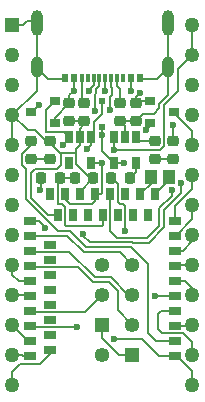
<source format=gtl>
G04 #@! TF.GenerationSoftware,KiCad,Pcbnew,7.0.6*
G04 #@! TF.CreationDate,2023-08-29T11:45:56+03:00*
G04 #@! TF.ProjectId,nrfmicro,6e72666d-6963-4726-9f2e-6b696361645f,rev?*
G04 #@! TF.SameCoordinates,Original*
G04 #@! TF.FileFunction,Copper,L1,Top*
G04 #@! TF.FilePolarity,Positive*
%FSLAX46Y46*%
G04 Gerber Fmt 4.6, Leading zero omitted, Abs format (unit mm)*
G04 Created by KiCad (PCBNEW 7.0.6) date 2023-08-29 11:45:56*
%MOMM*%
%LPD*%
G01*
G04 APERTURE LIST*
G04 Aperture macros list*
%AMRoundRect*
0 Rectangle with rounded corners*
0 $1 Rounding radius*
0 $2 $3 $4 $5 $6 $7 $8 $9 X,Y pos of 4 corners*
0 Add a 4 corners polygon primitive as box body*
4,1,4,$2,$3,$4,$5,$6,$7,$8,$9,$2,$3,0*
0 Add four circle primitives for the rounded corners*
1,1,$1+$1,$2,$3*
1,1,$1+$1,$4,$5*
1,1,$1+$1,$6,$7*
1,1,$1+$1,$8,$9*
0 Add four rect primitives between the rounded corners*
20,1,$1+$1,$2,$3,$4,$5,0*
20,1,$1+$1,$4,$5,$6,$7,0*
20,1,$1+$1,$6,$7,$8,$9,0*
20,1,$1+$1,$8,$9,$2,$3,0*%
G04 Aperture macros list end*
G04 #@! TA.AperFunction,ComponentPad*
%ADD10C,1.250000*%
G04 #@! TD*
G04 #@! TA.AperFunction,ComponentPad*
%ADD11C,1.270000*%
G04 #@! TD*
G04 #@! TA.AperFunction,SMDPad,CuDef*
%ADD12R,1.000000X0.650000*%
G04 #@! TD*
G04 #@! TA.AperFunction,SMDPad,CuDef*
%ADD13R,0.650000X1.000000*%
G04 #@! TD*
G04 #@! TA.AperFunction,ComponentPad*
%ADD14R,0.650000X1.000000*%
G04 #@! TD*
G04 #@! TA.AperFunction,ComponentPad*
%ADD15R,1.000000X0.650000*%
G04 #@! TD*
G04 #@! TA.AperFunction,SMDPad,CuDef*
%ADD16R,0.900000X0.800000*%
G04 #@! TD*
G04 #@! TA.AperFunction,SMDPad,CuDef*
%ADD17R,0.600000X0.600000*%
G04 #@! TD*
G04 #@! TA.AperFunction,SMDPad,CuDef*
%ADD18RoundRect,0.218750X-0.218750X-0.256250X0.218750X-0.256250X0.218750X0.256250X-0.218750X0.256250X0*%
G04 #@! TD*
G04 #@! TA.AperFunction,SMDPad,CuDef*
%ADD19RoundRect,0.218750X0.256250X-0.218750X0.256250X0.218750X-0.256250X0.218750X-0.256250X-0.218750X0*%
G04 #@! TD*
G04 #@! TA.AperFunction,SMDPad,CuDef*
%ADD20RoundRect,0.218750X-0.256250X0.218750X-0.256250X-0.218750X0.256250X-0.218750X0.256250X0.218750X0*%
G04 #@! TD*
G04 #@! TA.AperFunction,SMDPad,CuDef*
%ADD21R,0.650000X1.060000*%
G04 #@! TD*
G04 #@! TA.AperFunction,SMDPad,CuDef*
%ADD22RoundRect,0.218750X0.218750X0.256250X-0.218750X0.256250X-0.218750X-0.256250X0.218750X-0.256250X0*%
G04 #@! TD*
G04 #@! TA.AperFunction,ComponentPad*
%ADD23R,1.270000X1.270000*%
G04 #@! TD*
G04 #@! TA.AperFunction,ComponentPad*
%ADD24O,1.270000X1.270000*%
G04 #@! TD*
G04 #@! TA.AperFunction,SMDPad,CuDef*
%ADD25R,1.000000X1.200000*%
G04 #@! TD*
G04 #@! TA.AperFunction,SMDPad,CuDef*
%ADD26R,0.540000X0.800000*%
G04 #@! TD*
G04 #@! TA.AperFunction,SMDPad,CuDef*
%ADD27R,0.300000X0.800000*%
G04 #@! TD*
G04 #@! TA.AperFunction,ComponentPad*
%ADD28O,1.000000X2.200000*%
G04 #@! TD*
G04 #@! TA.AperFunction,ComponentPad*
%ADD29O,1.000000X1.800000*%
G04 #@! TD*
G04 #@! TA.AperFunction,ViaPad*
%ADD30C,0.600000*%
G04 #@! TD*
G04 #@! TA.AperFunction,Conductor*
%ADD31C,0.200000*%
G04 #@! TD*
G04 APERTURE END LIST*
D10*
X35341600Y-22540000D03*
D11*
X35341600Y-25080000D03*
X35341600Y-27620000D03*
X35341600Y-30160000D03*
X35341600Y-32700000D03*
X35341600Y-35240000D03*
X35341600Y-37780000D03*
X35341600Y-40320000D03*
X35341600Y-42860000D03*
X35341600Y-45400000D03*
X35341600Y-47940000D03*
X35341600Y-50480000D03*
X20101600Y-22540000D03*
X20101600Y-25080000D03*
X20101600Y-27620000D03*
X20101600Y-30160000D03*
X20101600Y-32700000D03*
X20101600Y-35240000D03*
X20101600Y-37780000D03*
X20101600Y-40320000D03*
X20101600Y-42860000D03*
X20101600Y-45400000D03*
X20101600Y-47940000D03*
X20101600Y-50480000D03*
D12*
X33839000Y-48000000D03*
X33839000Y-46730000D03*
X33839000Y-45460000D03*
X33839000Y-44190000D03*
X33839000Y-42920000D03*
X33839000Y-41650000D03*
X33839000Y-40380000D03*
X33839000Y-39110000D03*
X33839000Y-37840000D03*
X33839000Y-36570000D03*
D13*
X32190000Y-34351000D03*
D14*
X31553000Y-36062000D03*
D13*
X30920000Y-34351000D03*
D14*
X30283000Y-36062000D03*
D13*
X29650000Y-34351000D03*
D14*
X29013000Y-36062000D03*
D13*
X28380000Y-34351000D03*
D14*
X27743000Y-36062000D03*
D13*
X27110000Y-34351000D03*
D14*
X26473000Y-36062000D03*
D13*
X25840000Y-34351000D03*
D14*
X25203000Y-36062000D03*
D13*
X24570000Y-34351000D03*
D14*
X23933000Y-36062000D03*
D13*
X23300000Y-34351000D03*
D12*
X21601000Y-36570000D03*
X21601000Y-37840000D03*
D15*
X23312000Y-38602000D03*
D12*
X21601000Y-39110000D03*
D15*
X23312000Y-39872000D03*
D12*
X21601000Y-40380000D03*
D15*
X23312000Y-41142000D03*
D12*
X21601000Y-41650000D03*
D15*
X23312000Y-42412000D03*
D12*
X21601000Y-42920000D03*
D15*
X23312000Y-43682000D03*
D12*
X21601000Y-44190000D03*
D15*
X23312000Y-44952000D03*
D12*
X21601000Y-45460000D03*
D15*
X23312000Y-46222000D03*
D12*
X21601000Y-46730000D03*
D15*
X23312000Y-47492000D03*
D12*
X21601000Y-48000000D03*
D16*
X31766000Y-26434500D03*
X31766000Y-28334500D03*
X33766000Y-27384500D03*
D17*
X27721600Y-26402000D03*
X27721600Y-28602000D03*
D18*
X22550000Y-33000000D03*
X24125000Y-33000000D03*
X25387500Y-33000000D03*
X26962500Y-33000000D03*
D16*
X23669500Y-28334500D03*
X23669500Y-26434500D03*
X21669500Y-27384500D03*
D19*
X23300000Y-31387500D03*
X23300000Y-29812500D03*
D20*
X26197600Y-26594500D03*
X26197600Y-28169500D03*
X29245600Y-26594500D03*
X29245600Y-28169500D03*
D19*
X21700000Y-31387500D03*
X21700000Y-29812500D03*
D20*
X24927600Y-26594500D03*
X24927600Y-28169500D03*
D21*
X30576600Y-29457000D03*
X29626600Y-29457000D03*
X28676600Y-29457000D03*
X28676600Y-31657000D03*
X30576600Y-31657000D03*
D22*
X30062500Y-33000000D03*
X28487500Y-33000000D03*
D20*
X30550000Y-26594500D03*
X30550000Y-28169500D03*
D11*
X35341600Y-20000000D03*
D23*
X20101600Y-20000000D03*
D24*
X27721600Y-47940000D03*
D23*
X27721600Y-45400000D03*
D24*
X27721600Y-42860000D03*
X27721600Y-40320000D03*
D21*
X26766600Y-29457000D03*
X25816600Y-29457000D03*
X24866600Y-29457000D03*
X24866600Y-31657000D03*
X26766600Y-31657000D03*
D23*
X30261600Y-47940000D03*
D24*
X30261600Y-45400000D03*
X30261600Y-42860000D03*
X30261600Y-40320000D03*
D25*
X31800000Y-32850000D03*
X33400000Y-32850000D03*
D19*
X32150000Y-31387500D03*
X32150000Y-29812500D03*
X33725000Y-31387500D03*
X33725000Y-29812500D03*
D26*
X30921450Y-24498750D03*
X24521450Y-24498750D03*
X25321450Y-24498750D03*
X30121450Y-24498750D03*
D27*
X28971450Y-24498750D03*
X27971450Y-24498750D03*
X27471450Y-24498750D03*
X26471450Y-24498750D03*
X25971450Y-24498750D03*
X26971450Y-24498750D03*
X28471450Y-24498750D03*
X29479450Y-24498750D03*
D28*
X22146150Y-19798750D03*
X33296750Y-19798750D03*
D29*
X33297050Y-23598750D03*
X22146150Y-23598750D03*
D30*
X32202033Y-42922775D03*
X29642533Y-37415755D03*
X26050000Y-37662002D03*
X34406599Y-33381599D03*
X22860541Y-37221058D03*
X25321600Y-25578400D03*
X27721600Y-29278400D03*
X33710000Y-28460000D03*
X29557000Y-31657000D03*
X30120000Y-25620000D03*
X22319499Y-26800000D03*
X22474998Y-34009839D03*
X28680000Y-30590000D03*
X26571600Y-25595497D03*
X27970000Y-25595498D03*
X28377600Y-27242000D03*
X27117600Y-27282000D03*
X28722533Y-46572775D03*
X25532533Y-45572775D03*
X33578021Y-33950002D03*
X30905772Y-25770221D03*
X26400000Y-30540000D03*
X24417600Y-30200011D03*
X31400698Y-28896948D03*
X27725000Y-31650000D03*
D31*
X25491601Y-31777003D02*
X26714598Y-33000000D01*
X33296600Y-25898200D02*
X32516001Y-26678799D01*
X32204808Y-42920000D02*
X33839000Y-42920000D01*
X29197753Y-35162775D02*
X29024999Y-34990021D01*
X21300000Y-19700000D02*
X22146600Y-19700000D01*
X23117189Y-24600000D02*
X24521600Y-24600000D01*
X23300000Y-29997838D02*
X24075010Y-30772848D01*
X27721600Y-45400000D02*
X27721600Y-46521842D01*
X30525000Y-28162500D02*
X29252600Y-28162500D01*
X29472533Y-35162775D02*
X29197753Y-35162775D01*
X20101600Y-20000000D02*
X21000000Y-20000000D01*
X24101673Y-30799511D02*
X24124162Y-30822000D01*
X25491601Y-30886999D02*
X25491601Y-31777003D01*
X23300000Y-30024991D02*
X23300000Y-29812500D01*
X25816600Y-30163400D02*
X25491601Y-30488399D01*
X26714598Y-33000000D02*
X26962500Y-33000000D01*
X33296600Y-23625277D02*
X32321877Y-24600000D01*
X30525000Y-28162500D02*
X31187500Y-27500000D01*
X26596140Y-32900000D02*
X25491601Y-31795461D01*
X26197600Y-28169500D02*
X24927600Y-28169500D01*
X29024999Y-33437499D02*
X28487500Y-32900000D01*
X21697600Y-34643890D02*
X21697600Y-32543760D01*
X25426602Y-30822000D02*
X25491601Y-30886999D01*
X29626600Y-29457000D02*
X29626600Y-28550500D01*
X21697600Y-32543760D02*
X22049360Y-32192000D01*
X25491601Y-30488399D02*
X25491601Y-31795461D01*
X32321877Y-24600000D02*
X30921600Y-24600000D01*
X20101600Y-30160000D02*
X20101600Y-27620000D01*
X24075010Y-30772848D02*
X24101673Y-30799511D01*
X20101600Y-27620000D02*
X21406590Y-28924990D01*
X29139758Y-47940000D02*
X30261600Y-47940000D01*
X24197600Y-31872000D02*
X24197600Y-30895438D01*
X23300000Y-29812500D02*
X23300000Y-30038002D01*
X22908640Y-29812500D02*
X22021130Y-28924990D01*
X26962500Y-32900000D02*
X26596140Y-32900000D01*
X21000000Y-20000000D02*
X21300000Y-19700000D01*
X29247600Y-28167500D02*
X29245600Y-28169500D01*
X29642533Y-35332775D02*
X29472533Y-35162775D01*
X25816600Y-29457000D02*
X25816600Y-30163400D01*
X23300000Y-29812500D02*
X23300000Y-29997838D01*
X20101600Y-27620000D02*
X22146600Y-25575000D01*
X24197600Y-30895438D02*
X24101673Y-30799511D01*
X22049360Y-32192000D02*
X23877600Y-32192000D01*
X32516001Y-26678799D02*
X32516001Y-27074501D01*
X23877600Y-32192000D02*
X24197600Y-31872000D01*
X23933000Y-36062000D02*
X23115710Y-36062000D01*
X32202033Y-42922775D02*
X32204808Y-42920000D01*
X29626600Y-28550500D02*
X29245600Y-28169500D01*
X23115710Y-36062000D02*
X21697600Y-34643890D01*
X25816600Y-28808400D02*
X25816600Y-29457000D01*
X33296600Y-23700000D02*
X33296600Y-25898200D01*
X26197600Y-28169500D02*
X26197600Y-28427400D01*
X31187500Y-27500000D02*
X32090502Y-27500000D01*
X33296600Y-19700000D02*
X33296600Y-23625277D01*
X22021130Y-28924990D02*
X21406590Y-28924990D01*
X29252600Y-28162500D02*
X29245600Y-28169500D01*
X29024999Y-34990021D02*
X29024999Y-33437499D01*
X25840000Y-34351000D02*
X25840000Y-34122500D01*
X26197600Y-28427400D02*
X25816600Y-28808400D01*
X29642533Y-37415755D02*
X29642533Y-35332775D01*
X27721600Y-46521842D02*
X29139758Y-47940000D01*
X32090502Y-27500000D02*
X32516001Y-27074501D01*
X22146600Y-25575000D02*
X22146600Y-23700000D01*
X22146600Y-19700000D02*
X22146600Y-23629411D01*
X22146600Y-23629411D02*
X23117189Y-24600000D01*
X24124162Y-30822000D02*
X25426602Y-30822000D01*
X25840000Y-34122500D02*
X26962500Y-33000000D01*
X30276899Y-38414775D02*
X26634533Y-38414775D01*
X30286899Y-38424775D02*
X30276899Y-38414775D01*
X34406599Y-34225501D02*
X32936533Y-35695567D01*
X32936533Y-35695567D02*
X32936532Y-37148918D01*
X26634533Y-38414775D02*
X26050000Y-37830242D01*
X34406599Y-33381599D02*
X34406599Y-34225501D01*
X26050000Y-37830242D02*
X26050000Y-37662002D01*
X22327621Y-36570000D02*
X22860541Y-37102920D01*
X22860541Y-37102920D02*
X22860541Y-37221058D01*
X31660675Y-38424775D02*
X30286899Y-38424775D01*
X21601000Y-36570000D02*
X22327621Y-36570000D01*
X32936532Y-37148918D02*
X31660675Y-38424775D01*
X35341600Y-40320000D02*
X33899000Y-40320000D01*
X33899000Y-40320000D02*
X33839000Y-40380000D01*
X34555308Y-39110000D02*
X35341600Y-38323708D01*
X33839000Y-39110000D02*
X34555308Y-39110000D01*
X35341600Y-38323708D02*
X35341600Y-37780000D01*
X33839000Y-35358798D02*
X35341600Y-33856198D01*
X33839000Y-36570000D02*
X33839000Y-35358798D01*
X35341600Y-33856198D02*
X35341600Y-32700000D01*
X35341600Y-36432402D02*
X35341600Y-35240000D01*
X33934002Y-37840000D02*
X35341600Y-36432402D01*
X33839000Y-37840000D02*
X33934002Y-37840000D01*
X21000000Y-48000000D02*
X20940000Y-47940000D01*
X20940000Y-47940000D02*
X20101600Y-47940000D01*
X21601000Y-48000000D02*
X21000000Y-48000000D01*
X21431600Y-46730000D02*
X21601000Y-46730000D01*
X20101600Y-45400000D02*
X21431600Y-46730000D01*
X30261600Y-40320000D02*
X29174375Y-39232775D01*
X27721600Y-28545500D02*
X27721600Y-29278400D01*
X33710000Y-28460000D02*
X33710000Y-29797500D01*
X23669500Y-27852600D02*
X24927600Y-26594500D01*
X28676600Y-31657000D02*
X28119599Y-31099999D01*
X30121600Y-24600000D02*
X30121600Y-25618400D01*
X30121600Y-24600000D02*
X30121600Y-25281600D01*
X28676600Y-31657000D02*
X29557000Y-31657000D01*
X27721600Y-30702000D02*
X28119599Y-31099999D01*
X30121600Y-24730000D02*
X30121600Y-25281600D01*
X24927600Y-25972400D02*
X25321600Y-25578400D01*
X24749758Y-37840000D02*
X21601000Y-37840000D01*
X27721600Y-29278400D02*
X27721600Y-30702000D01*
X30121600Y-25618400D02*
X30120000Y-25620000D01*
X25321600Y-25578400D02*
X25321600Y-24730000D01*
X25321600Y-24600000D02*
X25321600Y-25578400D01*
X23669500Y-28334500D02*
X23669500Y-27852600D01*
X29174375Y-39232775D02*
X26142533Y-39232775D01*
X26142533Y-39232775D02*
X24749758Y-37840000D01*
X24927600Y-26594500D02*
X24927600Y-25972400D01*
X32949990Y-26810508D02*
X32949990Y-26860010D01*
X32940000Y-30231140D02*
X32571140Y-30600000D01*
X32949990Y-26810508D02*
X34130249Y-25630249D01*
X21669500Y-27384500D02*
X21734999Y-27384500D01*
X22550000Y-33934837D02*
X22474998Y-34009839D01*
X32940000Y-26870000D02*
X32940000Y-30231140D01*
X34130249Y-23751351D02*
X34130249Y-25630249D01*
X35341600Y-22540000D02*
X35341600Y-20000000D01*
X32949990Y-26860010D02*
X32940000Y-26870000D01*
X28690000Y-30600000D02*
X28680000Y-30590000D01*
X22550000Y-33000000D02*
X22550000Y-33934837D01*
X28680000Y-29460400D02*
X28676600Y-29457000D01*
X35341600Y-22540000D02*
X34130249Y-23751351D01*
X32571140Y-30600000D02*
X28690000Y-30600000D01*
X28680000Y-30590000D02*
X28680000Y-29460400D01*
X21734999Y-27384500D02*
X22319499Y-26800000D01*
X28242533Y-41782775D02*
X29002533Y-42542775D01*
X29002533Y-42542775D02*
X29002533Y-44140933D01*
X26907527Y-41782775D02*
X28242533Y-41782775D01*
X27971600Y-25593898D02*
X27970000Y-25595498D01*
X26571600Y-25595497D02*
X26571600Y-25508000D01*
X21601000Y-40380000D02*
X21723775Y-40502775D01*
X26571600Y-25508000D02*
X26971600Y-25108000D01*
X21723775Y-40502775D02*
X25627527Y-40502775D01*
X25627527Y-40502775D02*
X26907527Y-41782775D01*
X29002533Y-44140933D02*
X30261600Y-45400000D01*
X27971600Y-24730000D02*
X27971600Y-25593898D01*
X26971600Y-25108000D02*
X26971600Y-24500000D01*
X27067600Y-25947335D02*
X27217600Y-25797335D01*
X27073013Y-41383255D02*
X24932533Y-39242775D01*
X28377600Y-27242000D02*
X28407600Y-27212000D01*
X28569511Y-25347171D02*
X28471600Y-25249260D01*
X27117600Y-27282000D02*
X27067600Y-27232000D01*
X27067600Y-27232000D02*
X27067600Y-25947335D01*
X28471600Y-25249260D02*
X28471600Y-24600000D01*
X21733775Y-39242775D02*
X21601000Y-39110000D01*
X29919758Y-42860000D02*
X28443013Y-41383255D01*
X24932533Y-39242775D02*
X21733775Y-39242775D01*
X27217600Y-25797335D02*
X27217600Y-25442000D01*
X28569511Y-25940089D02*
X28569511Y-25347171D01*
X30261600Y-42860000D02*
X29919758Y-42860000D01*
X27471600Y-25188000D02*
X27471600Y-24600000D01*
X28443013Y-41383255D02*
X27073013Y-41383255D01*
X27217600Y-25442000D02*
X27471600Y-25188000D01*
X28407600Y-26102000D02*
X28569511Y-25940089D01*
X28407600Y-27212000D02*
X28407600Y-26102000D01*
X34739758Y-41650000D02*
X33839000Y-41650000D01*
X35341600Y-42251842D02*
X34739758Y-41650000D01*
X35341600Y-42860000D02*
X35341600Y-42251842D01*
X34014000Y-48000000D02*
X35341600Y-49327600D01*
X32478758Y-48000000D02*
X33839000Y-48000000D01*
X31101533Y-46622775D02*
X32478758Y-48000000D01*
X35341600Y-50480000D02*
X35341600Y-49367320D01*
X28772533Y-46622775D02*
X31101533Y-46622775D01*
X35341600Y-49327600D02*
X35341600Y-49367320D01*
X28722533Y-46572775D02*
X28772533Y-46622775D01*
X20101600Y-41131842D02*
X20619758Y-41650000D01*
X20101600Y-40320000D02*
X20101600Y-41131842D01*
X20619758Y-41650000D02*
X21601000Y-41650000D01*
X20101600Y-42860000D02*
X21541000Y-42860000D01*
X21541000Y-42860000D02*
X21601000Y-42920000D01*
X21257600Y-34769588D02*
X21257600Y-32157870D01*
X31602533Y-40277131D02*
X30158657Y-38833255D01*
X33839000Y-46730000D02*
X32269758Y-46730000D01*
X21257600Y-32157870D02*
X20924990Y-31825260D01*
X26367182Y-38833255D02*
X24973917Y-37439990D01*
X30158657Y-38833255D02*
X26367182Y-38833255D01*
X23928002Y-37439990D02*
X21257600Y-34769588D01*
X21700000Y-30178860D02*
X21700000Y-29812500D01*
X24973917Y-37439990D02*
X23928002Y-37439990D01*
X31602533Y-46062775D02*
X31602533Y-40277131D01*
X32269758Y-46730000D02*
X31602533Y-46062775D01*
X20924990Y-31825260D02*
X20924990Y-30953870D01*
X20924990Y-30953870D02*
X21700000Y-30178860D01*
X35341600Y-45400000D02*
X35281600Y-45460000D01*
X35281600Y-45460000D02*
X33839000Y-45460000D01*
X32734757Y-46104999D02*
X32412533Y-45782775D01*
X34579001Y-46104999D02*
X32734757Y-46104999D01*
X35341600Y-47940000D02*
X35341600Y-46867598D01*
X35341600Y-46867598D02*
X34579001Y-46104999D01*
X32695308Y-44190000D02*
X33839000Y-44190000D01*
X32412533Y-45782775D02*
X32412533Y-44472775D01*
X32412533Y-44472775D02*
X32695308Y-44190000D01*
X33200000Y-32850000D02*
X33200000Y-33341000D01*
X33200000Y-33341000D02*
X32190000Y-34351000D01*
X32000000Y-33271000D02*
X30920000Y-34351000D01*
X32000000Y-32850000D02*
X32000000Y-33271000D01*
X20101600Y-50480000D02*
X20101600Y-49374120D01*
X20101600Y-49374120D02*
X20772945Y-48702775D01*
X22442533Y-48702775D02*
X23312000Y-47833308D01*
X20772945Y-48702775D02*
X22442533Y-48702775D01*
X23312000Y-47833308D02*
X23312000Y-47492000D01*
X25528307Y-45577001D02*
X21718001Y-45577001D01*
X21718001Y-45577001D02*
X21601000Y-45460000D01*
X25532533Y-45572775D02*
X25528307Y-45577001D01*
X26274599Y-44307001D02*
X27721600Y-42860000D01*
X21718001Y-44307001D02*
X26274599Y-44307001D01*
X21601000Y-44190000D02*
X21718001Y-44307001D01*
X28380000Y-37424242D02*
X28380000Y-34351000D01*
X33578021Y-34482251D02*
X32537013Y-35523259D01*
X30550000Y-26125993D02*
X30905772Y-25770221D01*
X30452385Y-38025255D02*
X30442385Y-38015255D01*
X30442385Y-38015255D02*
X28971013Y-38015255D01*
X28971013Y-38015255D02*
X28380000Y-37424242D01*
X32537013Y-36983431D02*
X31495189Y-38025255D01*
X32537013Y-35523259D02*
X32537013Y-36983431D01*
X31766000Y-26434500D02*
X30678000Y-26434500D01*
X31495189Y-38025255D02*
X30452385Y-38025255D01*
X30550000Y-26594500D02*
X30550000Y-26125993D01*
X33578021Y-33950002D02*
X33578021Y-34482251D01*
X30678000Y-26434500D02*
X30500000Y-26612500D01*
X25971600Y-26368500D02*
X25971600Y-24730000D01*
X26197600Y-26594500D02*
X25971600Y-26368500D01*
X28971600Y-24600000D02*
X28971600Y-25161842D01*
X28971600Y-25161842D02*
X29245600Y-25435842D01*
X29245600Y-25435842D02*
X29245600Y-26594500D01*
X35341600Y-29016600D02*
X33766000Y-27441000D01*
X33766000Y-27441000D02*
X33766000Y-27384500D01*
X35341600Y-30160000D02*
X35341600Y-29016600D01*
X21950000Y-31362500D02*
X21475000Y-31362500D01*
X23300000Y-31387500D02*
X21700000Y-31387500D01*
X30576600Y-31657000D02*
X30576600Y-32485900D01*
X30576600Y-32485900D02*
X30062500Y-33000000D01*
X27743000Y-36062000D02*
X27743000Y-36942308D01*
X23944999Y-35091001D02*
X23944999Y-33180001D01*
X24004999Y-35151001D02*
X23944999Y-35091001D01*
X24558001Y-35398243D02*
X24310759Y-35151001D01*
X27743000Y-36942308D02*
X27667533Y-37017775D01*
X27667533Y-37017775D02*
X24637533Y-37017775D01*
X24125000Y-33000000D02*
X23919600Y-33000000D01*
X24125000Y-33000000D02*
X25387500Y-33000000D01*
X24637533Y-37017775D02*
X24558001Y-36938243D01*
X24558001Y-36938243D02*
X24558001Y-35398243D01*
X23944999Y-33180001D02*
X24125000Y-33000000D01*
X24310759Y-35151001D02*
X24004999Y-35151001D01*
X30932100Y-29812500D02*
X32150000Y-29812500D01*
X30576600Y-29457000D02*
X30932100Y-29812500D01*
X22919499Y-27184501D02*
X23669500Y-26434500D01*
X24444101Y-29034501D02*
X22979499Y-29034501D01*
X24866600Y-29751011D02*
X24866600Y-29457000D01*
X24417600Y-30200011D02*
X24866600Y-29751011D01*
X22919499Y-28974501D02*
X22919499Y-27184501D01*
X26766600Y-30173400D02*
X26400000Y-30540000D01*
X26766600Y-29457000D02*
X26766600Y-30173400D01*
X27037600Y-29186000D02*
X26766600Y-29457000D01*
X27037600Y-28212000D02*
X27037600Y-29186000D01*
X24866600Y-29457000D02*
X24444101Y-29034501D01*
X22979499Y-29034501D02*
X22919499Y-28974501D01*
X27721600Y-27528000D02*
X27037600Y-28212000D01*
X27721600Y-26402000D02*
X27721600Y-27528000D01*
X33725000Y-31387500D02*
X32150000Y-31387500D01*
X24992533Y-35162775D02*
X24570000Y-34740242D01*
X24570000Y-34740242D02*
X24570000Y-34351000D01*
X27110000Y-34351000D02*
X27110000Y-34925308D01*
X27725000Y-31650000D02*
X26773600Y-31650000D01*
X26773600Y-31650000D02*
X26766600Y-31657000D01*
X27110000Y-34925308D02*
X26872533Y-35162775D01*
X27725000Y-34261000D02*
X27725000Y-31650000D01*
X27635000Y-34351000D02*
X27725000Y-34261000D01*
X26872533Y-35162775D02*
X24992533Y-35162775D01*
X27110000Y-34351000D02*
X27635000Y-34351000D01*
X31766000Y-28334500D02*
X31766000Y-28531646D01*
X31766000Y-28531646D02*
X31400698Y-28896948D01*
M02*

</source>
